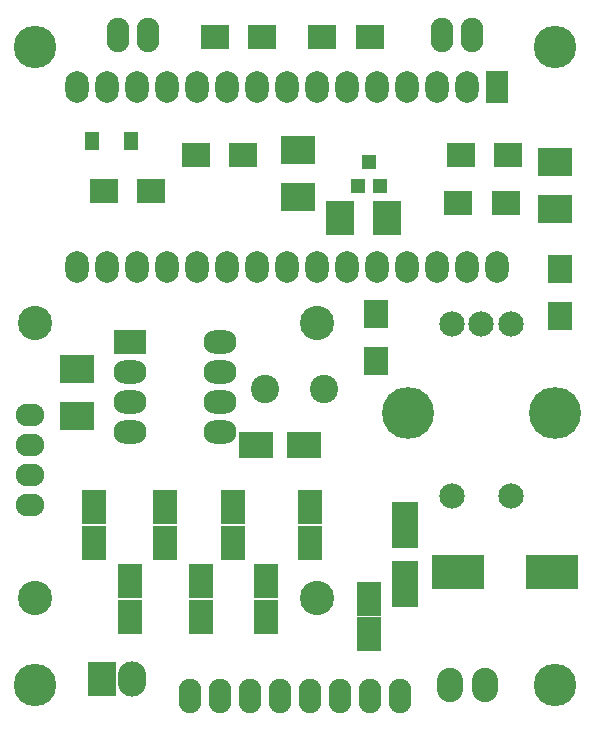
<source format=gbr>
G04 #@! TF.FileFunction,Soldermask,Top*
%FSLAX46Y46*%
G04 Gerber Fmt 4.6, Leading zero omitted, Abs format (unit mm)*
G04 Created by KiCad (PCBNEW 4.0.4-stable) date 07/11/19 10:43:22*
%MOMM*%
%LPD*%
G01*
G04 APERTURE LIST*
%ADD10C,0.100000*%
%ADD11O,2.400000X1.924000*%
%ADD12C,2.900000*%
%ADD13R,1.974800X2.686000*%
%ADD14O,1.974800X2.686000*%
%ADD15C,2.400000*%
%ADD16R,2.800000X2.000000*%
%ADD17O,2.800000X2.000000*%
%ADD18O,1.920000X2.920000*%
%ADD19C,3.600000*%
%ADD20R,2.900000X2.400000*%
%ADD21R,2.200000X3.900000*%
%ADD22R,2.400000X2.900000*%
%ADD23R,4.400000X2.900000*%
%ADD24R,1.200000X1.300000*%
%ADD25R,2.400000X3.000000*%
%ADD26O,2.400000X3.000000*%
%ADD27R,2.400000X2.100000*%
%ADD28R,2.100000X2.400000*%
%ADD29C,2.150000*%
%ADD30O,4.400000X4.400000*%
%ADD31R,1.300000X1.600000*%
%ADD32O,2.200000X2.900000*%
%ADD33R,2.900000X2.200000*%
%ADD34R,2.100000X2.900000*%
G04 APERTURE END LIST*
D10*
D11*
X72500000Y-111810000D03*
X72500000Y-109270000D03*
X72500000Y-106730000D03*
X72500000Y-104190000D03*
D12*
X96800000Y-119650000D03*
X73000000Y-119650000D03*
X73000000Y-96350000D03*
X96800000Y-96350000D03*
D13*
X112050000Y-76380000D03*
D14*
X109510000Y-76380000D03*
X106970000Y-76380000D03*
X104430000Y-76380000D03*
X101890000Y-76380000D03*
X99350000Y-76380000D03*
X96810000Y-76380000D03*
X94270000Y-76380000D03*
X91730000Y-76380000D03*
X89190000Y-76380000D03*
X86650000Y-76380000D03*
X84110000Y-76380000D03*
X81570000Y-76380000D03*
X79030000Y-76380000D03*
X76490000Y-76380000D03*
X76490000Y-91620000D03*
X79030000Y-91620000D03*
X81570000Y-91620000D03*
X84110000Y-91620000D03*
X86650000Y-91620000D03*
X89190000Y-91620000D03*
X91730000Y-91620000D03*
X94270000Y-91620000D03*
X96810000Y-91620000D03*
X99350000Y-91620000D03*
X101890000Y-91620000D03*
X104430000Y-91620000D03*
X106970000Y-91620000D03*
X109510000Y-91620000D03*
X112050000Y-91620000D03*
D15*
X92450000Y-102000000D03*
X97450000Y-102000000D03*
D16*
X81000000Y-98000000D03*
D17*
X88620000Y-105620000D03*
X81000000Y-100540000D03*
X88620000Y-103080000D03*
X81000000Y-103080000D03*
X88620000Y-100540000D03*
X81000000Y-105620000D03*
X88620000Y-98000000D03*
D18*
X80000000Y-72000000D03*
X82540000Y-72000000D03*
X110000000Y-72000000D03*
X107460000Y-72000000D03*
D19*
X73000000Y-73000000D03*
X117000000Y-73000000D03*
X73000000Y-127000000D03*
X117000000Y-127000000D03*
D18*
X86100000Y-128000000D03*
X88640000Y-128000000D03*
X91180000Y-128000000D03*
X93720000Y-128000000D03*
X96260000Y-128000000D03*
X98800000Y-128000000D03*
X101340000Y-128000000D03*
X103880000Y-128000000D03*
D20*
X76500000Y-100250000D03*
X76500000Y-104250000D03*
D21*
X104250000Y-113500000D03*
X104250000Y-118500000D03*
D20*
X117000000Y-86750000D03*
X117000000Y-82750000D03*
D22*
X102750000Y-87500000D03*
X98750000Y-87500000D03*
D23*
X108750000Y-117500000D03*
X116750000Y-117500000D03*
D20*
X95250000Y-85750000D03*
X95250000Y-81750000D03*
D24*
X100300000Y-84750000D03*
X102200000Y-84750000D03*
X101250000Y-82750000D03*
D25*
X78600000Y-126500000D03*
D26*
X81140000Y-126500000D03*
D27*
X92200000Y-72200000D03*
X88200000Y-72200000D03*
X86600000Y-82200000D03*
X90600000Y-82200000D03*
X82800000Y-85200000D03*
X78800000Y-85200000D03*
X109000000Y-82200000D03*
X113000000Y-82200000D03*
X108800000Y-86200000D03*
X112800000Y-86200000D03*
D28*
X101800000Y-95600000D03*
X101800000Y-99600000D03*
X117400000Y-95800000D03*
X117400000Y-91800000D03*
D29*
X113250000Y-96500000D03*
X108250000Y-96500000D03*
X110750000Y-96500000D03*
X108250000Y-111000000D03*
X113250000Y-111000000D03*
D30*
X104550000Y-104000000D03*
X116950000Y-104000000D03*
D31*
X77750000Y-81000000D03*
X81050000Y-81000000D03*
D32*
X111100000Y-127000000D03*
X108100000Y-127000000D03*
D33*
X91700000Y-106750000D03*
X95700000Y-106750000D03*
D27*
X101300000Y-72200000D03*
X97300000Y-72200000D03*
D34*
X78000000Y-112000000D03*
X78000000Y-115000000D03*
X81000000Y-118250000D03*
X81000000Y-121250000D03*
X84000000Y-112000000D03*
X84000000Y-115000000D03*
X87000000Y-118250000D03*
X87000000Y-121250000D03*
X89750000Y-112000000D03*
X89750000Y-115000000D03*
X92500000Y-118250000D03*
X92500000Y-121250000D03*
X96250000Y-112000000D03*
X96250000Y-115000000D03*
X101250000Y-119750000D03*
X101250000Y-122750000D03*
M02*

</source>
